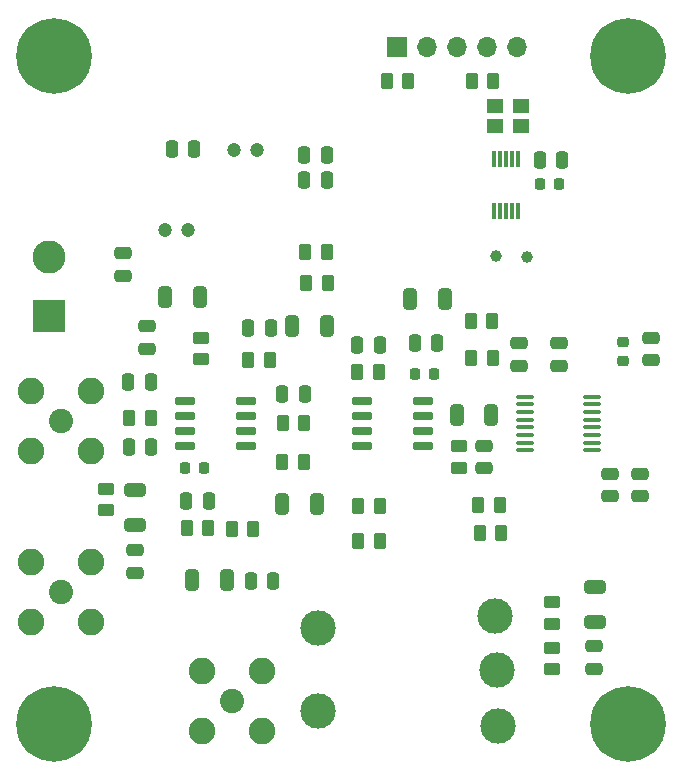
<source format=gbr>
%TF.GenerationSoftware,KiCad,Pcbnew,7.0.2*%
%TF.CreationDate,2023-05-21T11:23:20+02:00*%
%TF.ProjectId,sdrt41-tx,73647274-3431-42d7-9478-2e6b69636164,rev?*%
%TF.SameCoordinates,Original*%
%TF.FileFunction,Soldermask,Top*%
%TF.FilePolarity,Negative*%
%FSLAX46Y46*%
G04 Gerber Fmt 4.6, Leading zero omitted, Abs format (unit mm)*
G04 Created by KiCad (PCBNEW 7.0.2) date 2023-05-21 11:23:20*
%MOMM*%
%LPD*%
G01*
G04 APERTURE LIST*
G04 Aperture macros list*
%AMRoundRect*
0 Rectangle with rounded corners*
0 $1 Rounding radius*
0 $2 $3 $4 $5 $6 $7 $8 $9 X,Y pos of 4 corners*
0 Add a 4 corners polygon primitive as box body*
4,1,4,$2,$3,$4,$5,$6,$7,$8,$9,$2,$3,0*
0 Add four circle primitives for the rounded corners*
1,1,$1+$1,$2,$3*
1,1,$1+$1,$4,$5*
1,1,$1+$1,$6,$7*
1,1,$1+$1,$8,$9*
0 Add four rect primitives between the rounded corners*
20,1,$1+$1,$2,$3,$4,$5,0*
20,1,$1+$1,$4,$5,$6,$7,0*
20,1,$1+$1,$6,$7,$8,$9,0*
20,1,$1+$1,$8,$9,$2,$3,0*%
G04 Aperture macros list end*
%ADD10RoundRect,0.250000X-0.262500X-0.450000X0.262500X-0.450000X0.262500X0.450000X-0.262500X0.450000X0*%
%ADD11RoundRect,0.250000X0.262500X0.450000X-0.262500X0.450000X-0.262500X-0.450000X0.262500X-0.450000X0*%
%ADD12RoundRect,0.250000X-0.475000X0.250000X-0.475000X-0.250000X0.475000X-0.250000X0.475000X0.250000X0*%
%ADD13RoundRect,0.250000X-0.325000X-0.650000X0.325000X-0.650000X0.325000X0.650000X-0.325000X0.650000X0*%
%ADD14RoundRect,0.250000X0.450000X-0.262500X0.450000X0.262500X-0.450000X0.262500X-0.450000X-0.262500X0*%
%ADD15R,2.800000X2.800000*%
%ADD16C,2.800000*%
%ADD17RoundRect,0.250000X0.475000X-0.250000X0.475000X0.250000X-0.475000X0.250000X-0.475000X-0.250000X0*%
%ADD18R,1.400000X1.200000*%
%ADD19C,1.000000*%
%ADD20RoundRect,0.250000X0.650000X-0.325000X0.650000X0.325000X-0.650000X0.325000X-0.650000X-0.325000X0*%
%ADD21C,1.200000*%
%ADD22RoundRect,0.100000X-0.637500X-0.100000X0.637500X-0.100000X0.637500X0.100000X-0.637500X0.100000X0*%
%ADD23C,6.400000*%
%ADD24C,0.800000*%
%ADD25RoundRect,0.218750X-0.218750X-0.256250X0.218750X-0.256250X0.218750X0.256250X-0.218750X0.256250X0*%
%ADD26RoundRect,0.250000X-0.250000X-0.475000X0.250000X-0.475000X0.250000X0.475000X-0.250000X0.475000X0*%
%ADD27RoundRect,0.218750X0.218750X0.256250X-0.218750X0.256250X-0.218750X-0.256250X0.218750X-0.256250X0*%
%ADD28C,2.050000*%
%ADD29C,2.250000*%
%ADD30RoundRect,0.250000X0.250000X0.475000X-0.250000X0.475000X-0.250000X-0.475000X0.250000X-0.475000X0*%
%ADD31R,1.700000X1.700000*%
%ADD32O,1.700000X1.700000*%
%ADD33RoundRect,0.150000X-0.725000X-0.150000X0.725000X-0.150000X0.725000X0.150000X-0.725000X0.150000X0*%
%ADD34RoundRect,0.250000X-0.450000X0.262500X-0.450000X-0.262500X0.450000X-0.262500X0.450000X0.262500X0*%
%ADD35RoundRect,0.218750X-0.256250X0.218750X-0.256250X-0.218750X0.256250X-0.218750X0.256250X0.218750X0*%
%ADD36RoundRect,0.250000X-0.650000X0.325000X-0.650000X-0.325000X0.650000X-0.325000X0.650000X0.325000X0*%
%ADD37R,0.300000X1.400000*%
%ADD38RoundRect,0.150000X0.725000X0.150000X-0.725000X0.150000X-0.725000X-0.150000X0.725000X-0.150000X0*%
%ADD39C,3.000000*%
G04 APERTURE END LIST*
D10*
%TO.C,R22*%
X118975500Y-61976000D03*
X120800500Y-61976000D03*
%TD*%
D11*
%TO.C,R20*%
X113585000Y-61976000D03*
X111760000Y-61976000D03*
%TD*%
D12*
%TO.C,C17*%
X120040400Y-92826800D03*
X120040400Y-94726800D03*
%TD*%
D13*
%TO.C,C23*%
X103775000Y-82650000D03*
X106725000Y-82650000D03*
%TD*%
D14*
%TO.C,R9*%
X117850000Y-94712500D03*
X117850000Y-92887500D03*
%TD*%
D15*
%TO.C,J1*%
X83190400Y-81849600D03*
D16*
X83190400Y-76849600D03*
%TD*%
D12*
%TO.C,C28*%
X122936000Y-84140000D03*
X122936000Y-86040000D03*
%TD*%
D11*
%TO.C,R14*%
X106762500Y-79050000D03*
X104937500Y-79050000D03*
%TD*%
D13*
%TO.C,C25*%
X102919000Y-97790000D03*
X105869000Y-97790000D03*
%TD*%
D17*
%TO.C,C27*%
X133223000Y-97089000D03*
X133223000Y-95189000D03*
%TD*%
D14*
%TO.C,R21*%
X125800000Y-111760000D03*
X125800000Y-109935000D03*
%TD*%
D18*
%TO.C,Y1*%
X120900000Y-65767000D03*
X123100000Y-65767000D03*
X123100000Y-64067000D03*
X120900000Y-64067000D03*
%TD*%
D19*
%TO.C,TP2*%
X123651000Y-76855000D03*
%TD*%
D13*
%TO.C,C21*%
X95275000Y-104150000D03*
X98225000Y-104150000D03*
%TD*%
D20*
%TO.C,C9*%
X90424000Y-99519000D03*
X90424000Y-96569000D03*
%TD*%
D21*
%TO.C,C4*%
X92980000Y-74574400D03*
X94980000Y-74574400D03*
%TD*%
D22*
%TO.C,U6*%
X123437500Y-88675000D03*
X123437500Y-89325000D03*
X123437500Y-89975000D03*
X123437500Y-90625000D03*
X123437500Y-91275000D03*
X123437500Y-91925000D03*
X123437500Y-92575000D03*
X123437500Y-93225000D03*
X129162500Y-93225000D03*
X129162500Y-92575000D03*
X129162500Y-91925000D03*
X129162500Y-91275000D03*
X129162500Y-90625000D03*
X129162500Y-89975000D03*
X129162500Y-89325000D03*
X129162500Y-88675000D03*
%TD*%
D17*
%TO.C,C7*%
X90424000Y-103566000D03*
X90424000Y-101666000D03*
%TD*%
D10*
%TO.C,R3*%
X100037500Y-85550000D03*
X101862500Y-85550000D03*
%TD*%
D17*
%TO.C,C6*%
X91500000Y-84600000D03*
X91500000Y-82700000D03*
%TD*%
D10*
%TO.C,R12*%
X119500000Y-97800000D03*
X121325000Y-97800000D03*
%TD*%
%TO.C,R11*%
X119637500Y-100250000D03*
X121462500Y-100250000D03*
%TD*%
D23*
%TO.C,H1*%
X83600000Y-116350000D03*
D24*
X81902944Y-114652944D03*
X83600000Y-118750000D03*
X81200000Y-116350000D03*
X86000000Y-116350000D03*
X83600000Y-113950000D03*
X85297056Y-118047056D03*
X85297056Y-114652944D03*
X81902944Y-118047056D03*
%TD*%
D25*
%TO.C,L3*%
X114162500Y-86750000D03*
X115737500Y-86750000D03*
%TD*%
D26*
%TO.C,C10*%
X104780000Y-70358000D03*
X106680000Y-70358000D03*
%TD*%
D24*
%TO.C,H4*%
X81902944Y-58119944D03*
X83600000Y-57417000D03*
X85297056Y-58119944D03*
X83600000Y-62217000D03*
X81200000Y-59817000D03*
X81902944Y-61514056D03*
X86000000Y-59817000D03*
X85297056Y-61514056D03*
D23*
X83600000Y-59817000D03*
%TD*%
D13*
%TO.C,C26*%
X117675000Y-90250000D03*
X120625000Y-90250000D03*
%TD*%
D27*
%TO.C,L6*%
X126343500Y-70632000D03*
X124768500Y-70632000D03*
%TD*%
D28*
%TO.C,J2*%
X84226400Y-90728800D03*
D29*
X81686400Y-88188800D03*
X86766400Y-93268800D03*
X81686400Y-93268800D03*
X86766400Y-88188800D03*
%TD*%
D30*
%TO.C,C19*%
X102150000Y-104300000D03*
X100250000Y-104300000D03*
%TD*%
D10*
%TO.C,R15*%
X118887500Y-82250000D03*
X120712500Y-82250000D03*
%TD*%
D31*
%TO.C,J4*%
X112649000Y-59055000D03*
D32*
X115189000Y-59055000D03*
X117729000Y-59055000D03*
X120269000Y-59055000D03*
X122809000Y-59055000D03*
%TD*%
D33*
%TO.C,U4*%
X109675000Y-88995000D03*
X109675000Y-90265000D03*
X109675000Y-91535000D03*
X109675000Y-92805000D03*
X114825000Y-92805000D03*
X114825000Y-91535000D03*
X114825000Y-90265000D03*
X114825000Y-88995000D03*
%TD*%
D12*
%TO.C,C31*%
X134112000Y-83682800D03*
X134112000Y-85582800D03*
%TD*%
D26*
%TO.C,C20*%
X114150000Y-84100000D03*
X116050000Y-84100000D03*
%TD*%
D30*
%TO.C,C36*%
X126633000Y-68600000D03*
X124733000Y-68600000D03*
%TD*%
D10*
%TO.C,R7*%
X102923500Y-94182000D03*
X104748500Y-94182000D03*
%TD*%
D34*
%TO.C,R1*%
X96012000Y-83669500D03*
X96012000Y-85494500D03*
%TD*%
D10*
%TO.C,R5*%
X94845500Y-99822000D03*
X96670500Y-99822000D03*
%TD*%
D28*
%TO.C,J5*%
X98700000Y-114400000D03*
D29*
X101240000Y-116940000D03*
X96160000Y-116940000D03*
X96160000Y-111860000D03*
X101240000Y-111860000D03*
%TD*%
D13*
%TO.C,C24*%
X113714000Y-80391000D03*
X116664000Y-80391000D03*
%TD*%
D10*
%TO.C,R17*%
X109337500Y-97900000D03*
X111162500Y-97900000D03*
%TD*%
D35*
%TO.C,L5*%
X131775200Y-84048500D03*
X131775200Y-85623500D03*
%TD*%
D26*
%TO.C,C12*%
X89900000Y-87450000D03*
X91800000Y-87450000D03*
%TD*%
D30*
%TO.C,C18*%
X111186000Y-84328000D03*
X109286000Y-84328000D03*
%TD*%
%TO.C,C11*%
X104836000Y-88432000D03*
X102936000Y-88432000D03*
%TD*%
D10*
%TO.C,R4*%
X89987500Y-90450000D03*
X91812500Y-90450000D03*
%TD*%
D14*
%TO.C,R2*%
X87985600Y-98296100D03*
X87985600Y-96471100D03*
%TD*%
D36*
%TO.C,C35*%
X129400000Y-104775000D03*
X129400000Y-107725000D03*
%TD*%
D12*
%TO.C,C29*%
X126365000Y-84140000D03*
X126365000Y-86040000D03*
%TD*%
D27*
%TO.C,L2*%
X96291500Y-94742000D03*
X94716500Y-94742000D03*
%TD*%
D10*
%TO.C,R18*%
X109337500Y-100850000D03*
X111162500Y-100850000D03*
%TD*%
D30*
%TO.C,C15*%
X91850000Y-92900000D03*
X89950000Y-92900000D03*
%TD*%
D10*
%TO.C,R6*%
X102973500Y-90932000D03*
X104798500Y-90932000D03*
%TD*%
D28*
%TO.C,J3*%
X84175600Y-105206800D03*
D29*
X81635600Y-102666800D03*
X86715600Y-107746800D03*
X81635600Y-107746800D03*
X86715600Y-102666800D03*
%TD*%
D10*
%TO.C,R10*%
X109287500Y-86600000D03*
X111112500Y-86600000D03*
%TD*%
%TO.C,R16*%
X118937500Y-85400000D03*
X120762500Y-85400000D03*
%TD*%
D37*
%TO.C,U7*%
X122873000Y-68559000D03*
X122373000Y-68559000D03*
X121873000Y-68559000D03*
X121373000Y-68559000D03*
X120873000Y-68559000D03*
X120873000Y-72959000D03*
X121373000Y-72959000D03*
X121873000Y-72959000D03*
X122373000Y-72959000D03*
X122873000Y-72959000D03*
%TD*%
D23*
%TO.C,H2*%
X132200000Y-59817000D03*
D24*
X129800000Y-59817000D03*
X130502944Y-61514056D03*
X132200000Y-57417000D03*
X130502944Y-58119944D03*
X132200000Y-62217000D03*
X134600000Y-59817000D03*
X133897056Y-61514056D03*
X133897056Y-58119944D03*
%TD*%
%TO.C,H3*%
X132200000Y-118750000D03*
X129800000Y-116350000D03*
X132200000Y-113950000D03*
X133897056Y-114652944D03*
D23*
X132200000Y-116350000D03*
D24*
X134600000Y-116350000D03*
X133897056Y-118047056D03*
X130502944Y-118047056D03*
X130502944Y-114652944D03*
%TD*%
D26*
%TO.C,C13*%
X104780000Y-68199000D03*
X106680000Y-68199000D03*
%TD*%
D12*
%TO.C,C34*%
X129286000Y-109794000D03*
X129286000Y-111694000D03*
%TD*%
D11*
%TO.C,R8*%
X100470500Y-99872000D03*
X98645500Y-99872000D03*
%TD*%
D30*
%TO.C,C16*%
X96708000Y-97536000D03*
X94808000Y-97536000D03*
%TD*%
D38*
%TO.C,U3*%
X99857000Y-92805000D03*
X99857000Y-91535000D03*
X99857000Y-90265000D03*
X99857000Y-88995000D03*
X94707000Y-88995000D03*
X94707000Y-90265000D03*
X94707000Y-91535000D03*
X94707000Y-92805000D03*
%TD*%
D39*
%TO.C,T1*%
X105947500Y-108250000D03*
X105947500Y-115250000D03*
X121227500Y-116540000D03*
X121107500Y-111810000D03*
X120917500Y-107210000D03*
%TD*%
D17*
%TO.C,C30*%
X130683000Y-97089000D03*
X130683000Y-95189000D03*
%TD*%
D19*
%TO.C,TP1*%
X120984000Y-76728000D03*
%TD*%
D17*
%TO.C,C5*%
X89458800Y-78420000D03*
X89458800Y-76520000D03*
%TD*%
D26*
%TO.C,C3*%
X93588800Y-67716400D03*
X95488800Y-67716400D03*
%TD*%
D14*
%TO.C,R19*%
X125780800Y-107897300D03*
X125780800Y-106072300D03*
%TD*%
D21*
%TO.C,C1*%
X98822000Y-67818000D03*
X100822000Y-67818000D03*
%TD*%
D13*
%TO.C,C8*%
X93013000Y-80264000D03*
X95963000Y-80264000D03*
%TD*%
D30*
%TO.C,C14*%
X101950000Y-82850000D03*
X100050000Y-82850000D03*
%TD*%
D11*
%TO.C,R13*%
X106712500Y-76400000D03*
X104887500Y-76400000D03*
%TD*%
M02*

</source>
